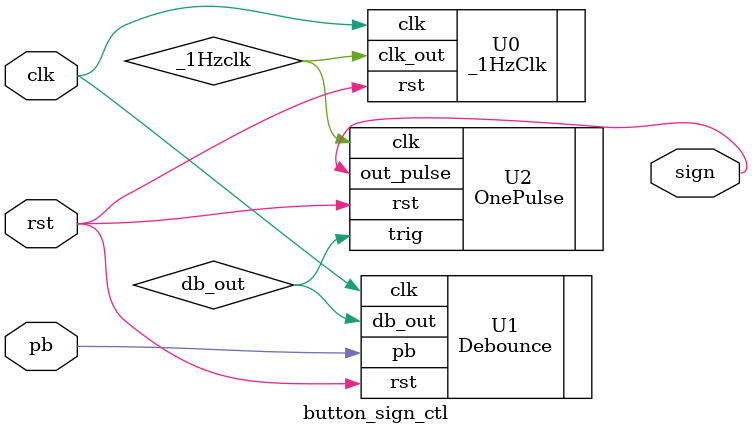
<source format=v>
`timescale 1ns / 1ps


module button_sign_ctl(clk, rst, pb, sign);
input clk, rst, pb;
output sign;
wire _1Hzclk;
wire db_out;
_1HzClk U0(.clk(clk), .rst(rst), .clk_out(_1Hzclk));
Debounce U1(.clk(clk), .rst(rst), .pb(pb), .db_out(db_out));
OnePulse U2(.trig(db_out), .clk(_1Hzclk), .rst(rst), .out_pulse(sign));


endmodule

</source>
